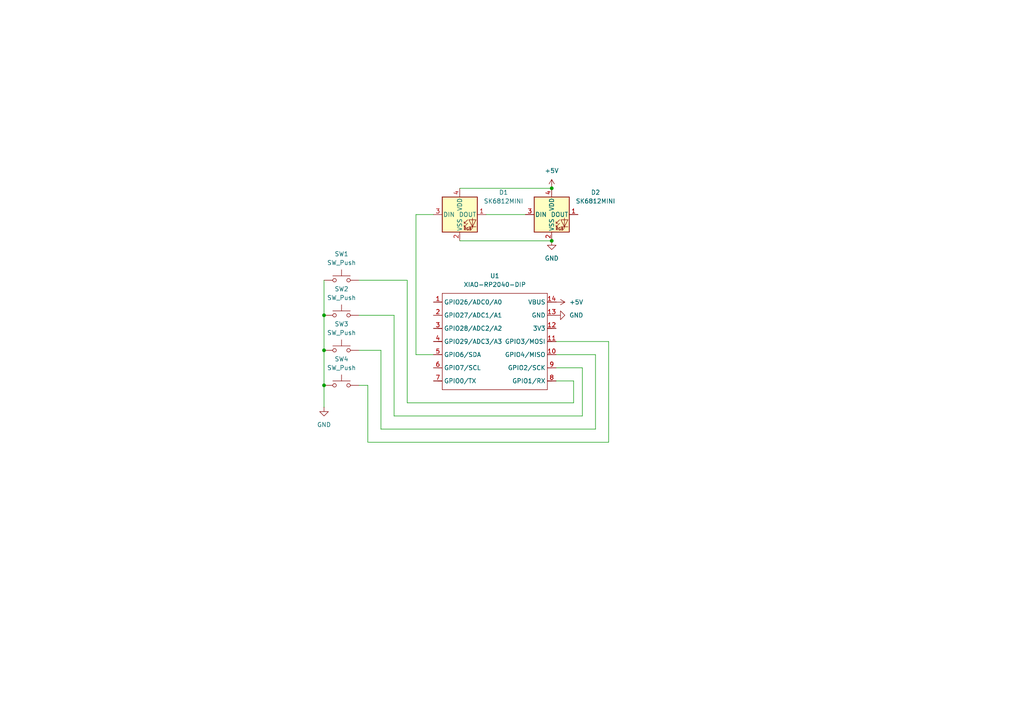
<source format=kicad_sch>
(kicad_sch (version 20250114) (generator "eeschema") (generator_version "9.0")
  (paper "A4")
  (lib_symbols
    (symbol "LED:SK6812MINI" (pin_names (offset 0.254))
      (property "Reference" "D" (at 5.08 5.715 0))
      (property "Value" "SK6812MINI" (at 1.27 -5.715 0))
      (symbol "SK6812MINI_0_0"
        (text "RGB" (at 2.286 -4.191 0) (effects (font (size 0.762 0.762))))
      )
      (symbol "SK6812MINI_0_1"
        (polyline (pts (xy 1.27 -2.54) (xy 1.778 -2.54)))
        (polyline (pts (xy 1.27 -3.556) (xy 1.778 -3.556)))
        (polyline (pts (xy 2.286 -1.524) (xy 1.27 -2.54) (xy 1.27 -2.032)))
        (polyline (pts (xy 2.286 -2.54) (xy 1.27 -3.556) (xy 1.27 -3.048)))
        (polyline (pts (xy 3.683 -1.016) (xy 3.683 -3.556) (xy 3.683 -4.064)))
        (polyline (pts (xy 4.699 -1.524) (xy 2.667 -1.524) (xy 3.683 -3.556) (xy 4.699 -1.524)))
        (polyline (pts (xy 4.699 -3.556) (xy 2.667 -3.556)))
        (rectangle (start 5.08 5.08) (end -5.08 -5.08) (stroke (width 0.254)) (fill (type background)))
      )
      (symbol "SK6812MINI_1_1"
        (pin input line (at -7.62 0 0) (length 2.54) (name "DIN") (number "3"))
        (pin power_in line (at 0 7.62 270) (length 2.54) (name "VDD") (number "4"))
        (pin power_in line (at 0 -7.62 90) (length 2.54) (name "VSS") (number "2"))
        (pin output line (at 7.62 0 180) (length 2.54) (name "DOUT") (number "1"))
      )
    )
    (symbol "OPL:XIAO-RP2040-DIP"
      (property "Reference" "U" (at 0 0 0))
      (property "Value" "XIAO-RP2040-DIP" (at 5.334 -1.778 0))
      (symbol "XIAO-RP2040-DIP_1_0"
        (polyline (pts (xy -1.27 -2.54) (xy 29.21 -2.54)) (stroke (width 0.1524)))
        (polyline (pts (xy -1.27 -5.08) (xy -2.54 -5.08)) (stroke (width 0.1524)))
        (polyline (pts (xy -1.27 -5.08) (xy -1.27 -2.54)) (stroke (width 0.1524)))
        (polyline (pts (xy -1.27 -8.89) (xy -2.54 -8.89)) (stroke (width 0.1524)))
        (polyline (pts (xy -1.27 -8.89) (xy -1.27 -5.08)) (stroke (width 0.1524)))
        (polyline (pts (xy -1.27 -12.7) (xy -2.54 -12.7)) (stroke (width 0.1524)))
        (polyline (pts (xy -1.27 -12.7) (xy -1.27 -8.89)) (stroke (width 0.1524)))
        (polyline (pts (xy -1.27 -16.51) (xy -2.54 -16.51)) (stroke (width 0.1524)))
        (polyline (pts (xy -1.27 -16.51) (xy -1.27 -12.7)) (stroke (width 0.1524)))
        (polyline (pts (xy -1.27 -20.32) (xy -2.54 -20.32)) (stroke (width 0.1524)))
        (polyline (pts (xy -1.27 -24.13) (xy -2.54 -24.13)) (stroke (width 0.1524)))
        (polyline (pts (xy -1.27 -27.94) (xy -2.54 -27.94)) (stroke (width 0.1524)))
        (polyline (pts (xy -1.27 -30.48) (xy -1.27 -16.51)) (stroke (width 0.1524)))
        (polyline (pts (xy 29.21 -2.54) (xy 29.21 -5.08)) (stroke (width 0.1524)))
        (polyline (pts (xy 29.21 -5.08) (xy 29.21 -8.89)) (stroke (width 0.1524)))
        (polyline (pts (xy 29.21 -8.89) (xy 29.21 -12.7)) (stroke (width 0.1524)))
        (polyline (pts (xy 29.21 -12.7) (xy 29.21 -30.48)) (stroke (width 0.1524)))
        (polyline (pts (xy 29.21 -30.48) (xy -1.27 -30.48)) (stroke (width 0.1524)))
        (polyline (pts (xy 30.48 -5.08) (xy 29.21 -5.08)) (stroke (width 0.1524)))
        (polyline (pts (xy 30.48 -8.89) (xy 29.21 -8.89)) (stroke (width 0.1524)))
        (polyline (pts (xy 30.48 -12.7) (xy 29.21 -12.7)) (stroke (width 0.1524)))
        (polyline (pts (xy 30.48 -16.51) (xy 29.21 -16.51)) (stroke (width 0.1524)))
        (polyline (pts (xy 30.48 -20.32) (xy 29.21 -20.32)) (stroke (width 0.1524)))
        (polyline (pts (xy 30.48 -24.13) (xy 29.21 -24.13)) (stroke (width 0.1524)))
        (polyline (pts (xy 30.48 -27.94) (xy 29.21 -27.94)) (stroke (width 0.1524)))
        (pin passive line (at -3.81 -5.08 0) (length 2.54) (name "GPIO26/ADC0/A0") (number "1"))
        (pin passive line (at -3.81 -8.89 0) (length 2.54) (name "GPIO27/ADC1/A1") (number "2"))
        (pin passive line (at -3.81 -12.7 0) (length 2.54) (name "GPIO28/ADC2/A2") (number "3"))
        (pin passive line (at -3.81 -16.51 0) (length 2.54) (name "GPIO29/ADC3/A3") (number "4"))
        (pin passive line (at -3.81 -20.32 0) (length 2.54) (name "GPIO6/SDA") (number "5"))
        (pin passive line (at -3.81 -24.13 0) (length 2.54) (name "GPIO7/SCL") (number "6"))
        (pin passive line (at -3.81 -27.94 0) (length 2.54) (name "GPIO0/TX") (number "7"))
        (pin passive line (at 31.75 -5.08 180) (length 2.54) (name "VBUS") (number "14"))
        (pin passive line (at 31.75 -8.89 180) (length 2.54) (name "GND") (number "13"))
        (pin passive line (at 31.75 -12.7 180) (length 2.54) (name "3V3") (number "12"))
        (pin passive line (at 31.75 -16.51 180) (length 2.54) (name "GPIO3/MOSI") (number "11"))
        (pin passive line (at 31.75 -20.32 180) (length 2.54) (name "GPIO4/MISO") (number "10"))
        (pin passive line (at 31.75 -24.13 180) (length 2.54) (name "GPIO2/SCK") (number "9"))
        (pin passive line (at 31.75 -27.94 180) (length 2.54) (name "GPIO1/RX") (number "8"))
      )
    )
    (symbol "Switch:SW_Push" (pin_numbers (hide yes)) (pin_names (offset 1.016) (hide yes))
      (property "Reference" "SW" (at 1.27 2.54 0))
      (property "Value" "SW_Push" (at 0 -1.524 0))
      (symbol "SW_Push_0_1"
        (circle (center -2.032 0) (radius 0.508))
        (polyline (pts (xy 0 1.27) (xy 0 3.048)))
        (circle (center 2.032 0) (radius 0.508))
        (polyline (pts (xy 2.54 1.27) (xy -2.54 1.27)))
        (pin passive line (at -5.08 0 0) (length 2.54) (name "1") (number "1"))
        (pin passive line (at 5.08 0 180) (length 2.54) (name "2") (number "2"))
      )
    )
    (symbol "power:+5V" (power) (pin_numbers (hide yes)) (pin_names (offset 0) (hide yes))
      (property "Value" "+5V" (at 0 3.556 0))
      (symbol "+5V_0_1"
        (polyline (pts (xy -0.762 1.27) (xy 0 2.54)))
        (polyline (pts (xy 0 2.54) (xy 0.762 1.27)))
        (polyline (pts (xy 0 0) (xy 0 2.54)))
      )
      (symbol "+5V_1_1"
        (pin power_in line (at 0 0 90) (length 0) (name "~") (number "1"))
      )
    )
    (symbol "power:GND" (power) (pin_numbers (hide yes)) (pin_names (offset 0) (hide yes))
      (property "Value" "GND" (at 0 -3.81 0))
      (symbol "GND_0_1"
        (polyline (pts (xy 0 0) (xy 0 -1.27) (xy 1.27 -1.27) (xy 0 -2.54) (xy -1.27 -1.27) (xy 0 -1.27)))
      )
      (symbol "GND_1_1"
        (pin power_in line (at 0 0 270) (length 0) (name "~") (number "1"))
      )
    )
  )
  (junction (at 93.98 101.6))
  (junction (at 93.98 91.44))
  (junction (at 93.98 111.76))
  (junction (at 160.02 54.61))
  (junction (at 160.02 69.85))
  (wire (pts (xy 176.53 99.06) (xy 176.53 128.27)))
  (wire (pts (xy 161.29 102.87) (xy 172.72 102.87)))
  (wire (pts (xy 161.29 106.68) (xy 168.91 106.68)))
  (wire (pts (xy 104.14 91.44) (xy 114.3 91.44)))
  (wire (pts (xy 118.11 81.28) (xy 104.14 81.28)))
  (wire (pts (xy 125.73 102.87) (xy 120.65 102.87)))
  (wire (pts (xy 106.68 111.76) (xy 104.14 111.76)))
  (wire (pts (xy 133.35 69.85) (xy 160.02 69.85)))
  (wire (pts (xy 161.29 110.49) (xy 166.37 110.49)))
  (wire (pts (xy 172.72 124.46) (xy 110.49 124.46)))
  (wire (pts (xy 118.11 116.84) (xy 118.11 81.28)))
  (wire (pts (xy 166.37 110.49) (xy 166.37 116.84)))
  (wire (pts (xy 168.91 106.68) (xy 168.91 120.65)))
  (wire (pts (xy 166.37 116.84) (xy 118.11 116.84)))
  (wire (pts (xy 104.14 101.6) (xy 110.49 101.6)))
  (wire (pts (xy 120.65 102.87) (xy 120.65 62.23)))
  (wire (pts (xy 120.65 62.23) (xy 125.73 62.23)))
  (wire (pts (xy 106.68 128.27) (xy 106.68 111.76)))
  (wire (pts (xy 110.49 124.46) (xy 110.49 101.6)))
  (wire (pts (xy 93.98 91.44) (xy 93.98 101.6)))
  (wire (pts (xy 172.72 102.87) (xy 172.72 124.46)))
  (wire (pts (xy 93.98 81.28) (xy 93.98 91.44)))
  (wire (pts (xy 93.98 111.76) (xy 93.98 118.11)))
  (wire (pts (xy 133.35 54.61) (xy 160.02 54.61)))
  (wire (pts (xy 176.53 128.27) (xy 106.68 128.27)))
  (wire (pts (xy 93.98 101.6) (xy 93.98 111.76)))
  (wire (pts (xy 161.29 99.06) (xy 176.53 99.06)))
  (wire (pts (xy 168.91 120.65) (xy 114.3 120.65)))
  (wire (pts (xy 140.97 62.23) (xy 152.4 62.23)))
  (wire (pts (xy 114.3 120.65) (xy 114.3 91.44)))
  (symbol (lib_id "power:GND") (at 161.29 91.44 90) (unit 1)
    (property "Reference" "#PWR05" (effects (hide yes)))
    (property "Value" "GND" (at 165.1 91.4399 90) (effects (justify right)))
    (property "Description" "Power symbol creates a global label with name \"GND\" , ground" (effects (hide yes)))
  )
  (symbol (lib_id "Switch:SW_Push") (at 99.06 101.6 0) (unit 1)
    (property "Reference" "SW3" (at 99.06 93.98 0))
    (property "Value" "SW_Push" (at 99.06 96.52 0))
    (property "Footprint" "Button_Switch_Keyboard:SW_Cherry_MX_1.00u_PCB" (effects (hide yes)))
    (property "Description" "Push button switch, generic, two pins" (effects (hide yes)))
  )
  (symbol (lib_id "Switch:SW_Push") (at 99.06 91.44 0) (unit 1)
    (property "Reference" "SW2" (at 99.06 83.82 0))
    (property "Value" "SW_Push" (at 99.06 86.36 0))
    (property "Footprint" "Button_Switch_Keyboard:SW_Cherry_MX_1.00u_PCB" (effects (hide yes)))
    (property "Description" "Push button switch, generic, two pins" (effects (hide yes)))
  )
  (symbol (lib_id "Switch:SW_Push") (at 99.06 111.76 0) (unit 1)
    (property "Reference" "SW4" (at 99.06 104.14 0))
    (property "Value" "SW_Push" (at 99.06 106.68 0))
    (property "Footprint" "Button_Switch_Keyboard:SW_Cherry_MX_1.00u_PCB" (effects (hide yes)))
    (property "Description" "Push button switch, generic, two pins" (effects (hide yes)))
  )
  (symbol (lib_id "power:+5V") (at 160.02 54.61 0) (unit 1)
    (property "Reference" "#PWR03" (effects (hide yes)))
    (property "Value" "+5V" (at 160.02 49.53 0))
    (property "Description" "Power symbol creates a global label with name \"+5V\"" (effects (hide yes)))
  )
  (symbol (lib_id "power:+5V") (at 161.29 87.63 270) (unit 1)
    (property "Reference" "#PWR04" (effects (hide yes)))
    (property "Value" "+5V" (at 165.1 87.6299 90) (effects (justify left)))
    (property "Description" "Power symbol creates a global label with name \"+5V\"" (effects (hide yes)))
  )
  (symbol (lib_id "LED:SK6812MINI") (at 133.35 62.23 0) (unit 1)
    (property "Reference" "D1" (at 146.05 55.8098 0))
    (property "Value" "SK6812MINI" (at 146.05 58.3498 0))
    (property "Footprint" "LED_SMD:LED_SK6812MINI_PLCC4_3.5x3.5mm_P1.75mm" (effects (hide yes)))
    (property "Datasheet" "https://cdn-shop.adafruit.com/product-files/2686/SK6812MINI_REV.01-1-2.pdf" (effects (hide yes)))
    (property "Description" "RGB LED with integrated controller" (effects (hide yes)))
  )
  (symbol (lib_id "OPL:XIAO-RP2040-DIP") (at 129.54 82.55 0) (unit 1)
    (property "Reference" "U1" (at 143.51 80.01 0))
    (property "Value" "XIAO-RP2040-DIP" (at 143.51 82.55 0))
    (property "Footprint" "OPL:XIAO-RP2040-DIP" (effects (hide yes)))
  )
  (symbol (lib_id "LED:SK6812MINI") (at 160.02 62.23 0) (unit 1)
    (property "Reference" "D2" (at 172.72 55.8098 0))
    (property "Value" "SK6812MINI" (at 172.72 58.3498 0))
    (property "Footprint" "LED_SMD:LED_SK6812MINI_PLCC4_3.5x3.5mm_P1.75mm" (effects (hide yes)))
    (property "Datasheet" "https://cdn-shop.adafruit.com/product-files/2686/SK6812MINI_REV.01-1-2.pdf" (effects (hide yes)))
    (property "Description" "RGB LED with integrated controller" (effects (hide yes)))
  )
  (symbol (lib_id "power:GND") (at 93.98 118.11 0) (unit 1)
    (property "Reference" "#PWR01" (effects (hide yes)))
    (property "Value" "GND" (at 93.98 123.19 0))
    (property "Description" "Power symbol creates a global label with name \"GND\" , ground" (effects (hide yes)))
  )
  (symbol (lib_id "power:GND") (at 160.02 69.85 0) (unit 1)
    (property "Reference" "#PWR02" (effects (hide yes)))
    (property "Value" "GND" (at 160.02 74.93 0))
    (property "Description" "Power symbol creates a global label with name \"GND\" , ground" (effects (hide yes)))
  )
  (symbol (lib_id "Switch:SW_Push") (at 99.06 81.28 0) (unit 1)
    (property "Reference" "SW1" (at 99.06 73.66 0))
    (property "Value" "SW_Push" (at 99.06 76.2 0))
    (property "Footprint" "Button_Switch_Keyboard:SW_Cherry_MX_1.00u_PCB" (effects (hide yes)))
    (property "Description" "Push button switch, generic, two pins" (effects (hide yes)))
  )
)
</source>
